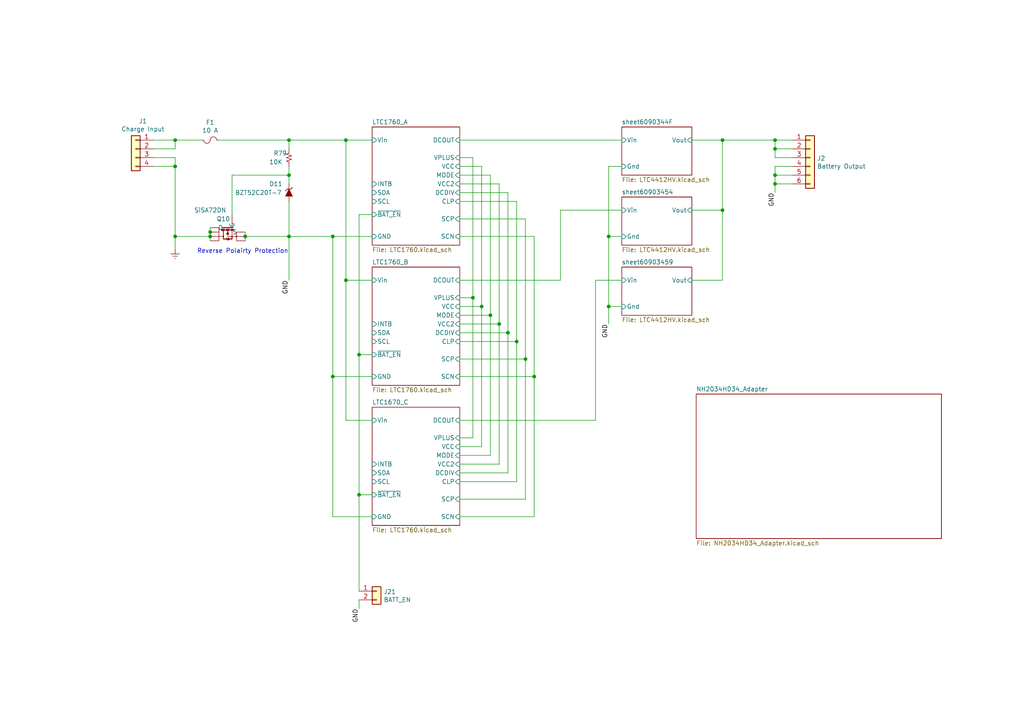
<source format=kicad_sch>
(kicad_sch (version 20211123) (generator eeschema)
  (paper "A4")
  (title_block (title "WW-Battery-Pack PCBs") (date "2020-07-27") (rev "A") (company "Guatek") (comment 1 "First version of 6-pack board stack for Inspired Energy NH2034HD34"))
  (lib_symbols
    (symbol "BUMP-Control-rescue:Resistor_small-SPC-Control-rescue-DeathStar-rescue" (pin_numbers hide) (pin_names (offset 0))
      (property "Reference" "R" (at 2.032 0 90))
      (property "Value" "BUMP-Control-rescue_Resistor_small-SPC-Control-rescue-DeathStar-rescue" (at -2.032 0.254 90))
      (symbol "Resistor_small-SPC-Control-rescue-DeathStar-rescue_0_1"
        (polyline (pts (xy 0 1.27) (xy -0.762 1.016) (xy 0.762 0.508) (xy -0.762 0) (xy 0.762 -0.508) (xy -0.762 -1.016) (xy 0 -1.27)))
      )
      (symbol "Resistor_small-SPC-Control-rescue-DeathStar-rescue_1_1"
        (pin passive line (at 0 2.54 270) (length 1.27) (name "~") (number "1"))
        (pin passive line (at 0 -2.54 90) (length 1.27) (name "~") (number "2"))
      )
    )
    (symbol "BUMP-Control-rescue:ZENERsmall-RESCUE-PowerControlBoard-SPC-Control-rescue-DeathStar-rescue" (pin_numbers hide) (pin_names (offset 1.016) hide)
      (property "Reference" "D" (at 0 2.54 0))
      (property "Value" "BUMP-Control-rescue_ZENERsmall-RESCUE-PowerControlBoard-SPC-Control-rescue-DeathStar-rescue" (at 0 -2.54 0))
      (symbol "ZENERsmall-RESCUE-PowerControlBoard-SPC-Control-rescue-DeathStar-rescue_0_1"
        (polyline (pts (xy -1.524 1.016) (xy -1.016 0.508) (xy -1.016 -0.508) (xy -0.508 -1.016)) (stroke (width 0.2032)))
        (polyline (pts (xy 1.016 1.016) (xy -1.016 0) (xy 1.016 -1.016) (xy 1.016 1.016)) (fill (type outline)))
      )
      (symbol "ZENERsmall-RESCUE-PowerControlBoard-SPC-Control-rescue-DeathStar-rescue_1_1"
        (pin passive line (at -2.54 0 0) (length 1.524) (name "K") (number "1"))
        (pin passive line (at 2.54 0 180) (length 1.524) (name "A") (number "2"))
      )
    )
    (symbol "Connector_Generic:Conn_01x02" (pin_names (offset 1.016) hide)
      (property "Reference" "J" (at 0 2.54 0))
      (property "Value" "Conn_01x02" (at 0 -5.08 0))
      (symbol "Conn_01x02_1_1"
        (rectangle (start -1.27 -2.413) (end 0 -2.667) (stroke (width 0.1524)))
        (rectangle (start -1.27 0.127) (end 0 -0.127) (stroke (width 0.1524)))
        (rectangle (start -1.27 1.27) (end 1.27 -3.81) (stroke (width 0.254)) (fill (type background)))
        (pin passive line (at -5.08 0 0) (length 3.81) (name "Pin_1") (number "1"))
        (pin passive line (at -5.08 -2.54 0) (length 3.81) (name "Pin_2") (number "2"))
      )
    )
    (symbol "Connector_Generic:Conn_01x04" (pin_names (offset 1.016) hide)
      (property "Reference" "J" (at 0 5.08 0))
      (property "Value" "Conn_01x04" (at 0 -7.62 0))
      (symbol "Conn_01x04_1_1"
        (rectangle (start -1.27 -4.953) (end 0 -5.207) (stroke (width 0.1524)))
        (rectangle (start -1.27 -2.413) (end 0 -2.667) (stroke (width 0.1524)))
        (rectangle (start -1.27 0.127) (end 0 -0.127) (stroke (width 0.1524)))
        (rectangle (start -1.27 2.667) (end 0 2.413) (stroke (width 0.1524)))
        (rectangle (start -1.27 3.81) (end 1.27 -6.35) (stroke (width 0.254)) (fill (type background)))
        (pin passive line (at -5.08 2.54 0) (length 3.81) (name "Pin_1") (number "1"))
        (pin passive line (at -5.08 0 0) (length 3.81) (name "Pin_2") (number "2"))
        (pin passive line (at -5.08 -2.54 0) (length 3.81) (name "Pin_3") (number "3"))
        (pin passive line (at -5.08 -5.08 0) (length 3.81) (name "Pin_4") (number "4"))
      )
    )
    (symbol "Connector_Generic:Conn_01x06" (pin_names (offset 1.016) hide)
      (property "Reference" "J" (at 0 7.62 0))
      (property "Value" "Conn_01x06" (at 0 -10.16 0))
      (symbol "Conn_01x06_1_1"
        (rectangle (start -1.27 -7.493) (end 0 -7.747) (stroke (width 0.1524)))
        (rectangle (start -1.27 -4.953) (end 0 -5.207) (stroke (width 0.1524)))
        (rectangle (start -1.27 -2.413) (end 0 -2.667) (stroke (width 0.1524)))
        (rectangle (start -1.27 0.127) (end 0 -0.127) (stroke (width 0.1524)))
        (rectangle (start -1.27 2.667) (end 0 2.413) (stroke (width 0.1524)))
        (rectangle (start -1.27 5.207) (end 0 4.953) (stroke (width 0.1524)))
        (rectangle (start -1.27 6.35) (end 1.27 -8.89) (stroke (width 0.254)) (fill (type background)))
        (pin passive line (at -5.08 5.08 0) (length 3.81) (name "Pin_1") (number "1"))
        (pin passive line (at -5.08 2.54 0) (length 3.81) (name "Pin_2") (number "2"))
        (pin passive line (at -5.08 0 0) (length 3.81) (name "Pin_3") (number "3"))
        (pin passive line (at -5.08 -2.54 0) (length 3.81) (name "Pin_4") (number "4"))
        (pin passive line (at -5.08 -5.08 0) (length 3.81) (name "Pin_5") (number "5"))
        (pin passive line (at -5.08 -7.62 0) (length 3.81) (name "Pin_6") (number "6"))
      )
    )
    (symbol "ProjectDevices:SiSA72DN" (pin_names (offset 1.016))
      (property "Reference" "Q" (at 3.81 1.27 0))
      (property "Value" "SiSA72DN" (at -15.24 6.35 0))
      (symbol "SiSA72DN_1_1"
        (circle (center 0 -2.54) (radius 0.127))
        (circle (center 0 -2.54) (radius 0.127))
        (circle (center 0 -2.54) (radius 0.127))
        (circle (center 0 -2.54) (radius 0.127))
        (circle (center 0 -1.27) (radius 0.127))
        (polyline (pts (xy -5.08 -1.27) (xy -3.81 -1.27)))
        (polyline (pts (xy -2.54 -1.27) (xy -3.81 -1.27)))
        (polyline (pts (xy -1.905 -1.016) (xy -1.905 -1.651)) (stroke (width 0.508)))
        (polyline (pts (xy -1.905 0.381) (xy -1.905 -0.381)) (stroke (width 0.508)))
        (polyline (pts (xy -1.905 0.381) (xy -1.905 -0.381)) (stroke (width 0.508)))
        (polyline (pts (xy -1.905 1.651) (xy -1.905 1.016)) (stroke (width 0.508)))
        (polyline (pts (xy -1.905 1.651) (xy -1.905 1.016)) (stroke (width 0.508)))
        (polyline (pts (xy -1.778 -1.27) (xy 0 -1.27)))
        (polyline (pts (xy -1.778 1.27) (xy 0 1.27)))
        (polyline (pts (xy -1.778 1.27) (xy 0 1.27)))
        (polyline (pts (xy -1.778 1.27) (xy 0 1.27)))
        (polyline (pts (xy -1.778 1.27) (xy 0 1.27)))
        (polyline (pts (xy -1.27 3.81) (xy -1.27 2.54)))
        (polyline (pts (xy 0 -2.54) (xy 0 -3.81)))
        (polyline (pts (xy 0 -1.27) (xy 0 -2.54)))
        (polyline (pts (xy 0 3.81) (xy 0 2.54)))
        (polyline (pts (xy 0.381 0.254) (xy 1.143 0.254)))
        (polyline (pts (xy -2.54 1.524) (xy -2.54 -1.524) (xy -2.54 -1.524)) (stroke (width 0.254)))
        (polyline (pts (xy -2.54 1.524) (xy -2.54 -1.524) (xy -2.54 -1.524)) (stroke (width 0.254)))
        (polyline (pts (xy -1.778 0) (xy 0 0) (xy 0 -1.27)))
        (polyline (pts (xy 0 -2.54) (xy -1.27 -2.54) (xy -1.27 -3.81)))
        (polyline (pts (xy 0 -2.54) (xy 1.27 -2.54) (xy 1.27 -3.81)))
        (polyline (pts (xy 1.27 3.81) (xy 1.27 2.54) (xy 0 2.54)))
        (polyline (pts (xy -2.54 3.81) (xy -2.54 2.54) (xy 0 2.54) (xy 0 1.27)))
        (polyline (pts (xy -1.397 0) (xy -0.635 -0.381) (xy -0.635 0.381) (xy -1.397 0)) (fill (type outline)))
        (polyline (pts (xy 0 -1.27) (xy 0.762 -1.27) (xy 0.762 1.27) (xy 0 1.27)))
        (polyline (pts (xy 0 -1.27) (xy 0.762 -1.27) (xy 0.762 1.27) (xy 0 1.27)))
        (polyline (pts (xy 0 -1.27) (xy 0.762 -1.27) (xy 0.762 1.27) (xy 0 1.27)))
        (polyline (pts (xy 0 -1.27) (xy 0.762 -1.27) (xy 0.762 1.27) (xy 0 1.27)))
        (polyline (pts (xy 0.762 0.254) (xy 1.143 -0.381) (xy 0.381 -0.381) (xy 0.762 0.254)) (fill (type outline)))
        (circle (center 0 1.27) (radius 0.127))
        (circle (center 0 1.27) (radius 0.127))
        (circle (center 0 1.27) (radius 0.127))
        (circle (center 0 1.27) (radius 0.127))
        (pin power_in line (at 1.27 -5.08 90) (length 1.27) (name "S") (number "1"))
        (pin bidirectional line (at -1.27 -5.08 90) (length 1.27) (name "S") (number "2"))
        (pin bidirectional line (at 0 -5.08 90) (length 1.27) (name "S") (number "3"))
        (pin passive line (at -6.35 -1.27 0) (length 1.27) (name "G") (number "4"))
        (pin passive line (at -2.54 5.08 270) (length 1.27) (name "D") (number "5"))
        (pin power_in line (at -1.27 5.08 270) (length 1.27) (name "D") (number "5"))
        (pin power_in line (at 0 5.08 270) (length 1.27) (name "D") (number "5"))
        (pin power_in line (at 1.27 5.08 270) (length 1.27) (name "D") (number "5"))
      )
    )
    (symbol "WW-Battery-Pack-rescue:small_fuse-ProjectDevices" (pin_names (offset 1.016))
      (property "Reference" "F" (at 0 3.81 0))
      (property "Value" "small_fuse-ProjectDevices" (at 0 -3.81 0))
      (symbol "small_fuse-ProjectDevices_0_1"
        (arc (start -1.905 0) (mid -0.9525 -0.9399) (end 0 0))
        (arc (start 1.905 0) (mid 0.9525 0.9399) (end 0 0))
      )
      (symbol "small_fuse-ProjectDevices_1_1"
        (pin passive line (at -2.54 0 0) (length 0.635) (name "1") (number "1"))
        (pin passive line (at 2.54 0 180) (length 0.635) (name "2") (number "2"))
      )
    )
    (symbol "power:GNDREF" (power) (pin_names (offset 0))
      (property "Value" "GNDREF" (at 0 -3.81 0))
      (symbol "GNDREF_0_1"
        (polyline (pts (xy -0.635 -1.905) (xy 0.635 -1.905)))
        (polyline (pts (xy -0.127 -2.54) (xy 0.127 -2.54)))
        (polyline (pts (xy 0 -1.27) (xy 0 0)))
        (polyline (pts (xy 1.27 -1.27) (xy -1.27 -1.27)))
      )
      (symbol "GNDREF_1_1"
        (pin power_in line (at 0 0 270) (length 0) hide (name "GNDREF") (number "1"))
      )
    )
  )
  (junction (at 60.96 67.31))
  (junction (at 142.24 91.44))
  (junction (at 209.55 60.96))
  (junction (at 147.32 96.52))
  (junction (at 50.8 48.26))
  (junction (at 224.79 43.18))
  (junction (at 100.33 81.28))
  (junction (at 104.14 102.87))
  (junction (at 100.33 40.64))
  (junction (at 149.86 99.06))
  (junction (at 50.8 68.58))
  (junction (at 83.82 40.64))
  (junction (at 71.12 68.58))
  (junction (at 137.16 86.36))
  (junction (at 176.53 88.9))
  (junction (at 176.53 68.58))
  (junction (at 83.82 50.8))
  (junction (at 139.7 88.9))
  (junction (at 96.52 109.22))
  (junction (at 60.96 68.58))
  (junction (at 209.55 40.64))
  (junction (at 104.14 143.51))
  (junction (at 224.79 40.64))
  (junction (at 224.79 53.34))
  (junction (at 152.4 104.14))
  (junction (at 83.82 68.58))
  (junction (at 224.79 50.8))
  (junction (at 154.94 109.22))
  (junction (at 96.52 68.58))
  (junction (at 50.8 40.64))
  (junction (at 144.78 93.98))
  (wire (pts (xy 209.55 81.28) (xy 209.55 60.96)))
  (wire (pts (xy 147.32 96.52) (xy 147.32 137.16)))
  (wire (pts (xy 200.66 81.28) (xy 209.55 81.28)))
  (wire (pts (xy 107.95 62.23) (xy 104.14 62.23)))
  (wire (pts (xy 133.35 55.88) (xy 147.32 55.88)))
  (wire (pts (xy 200.66 60.96) (xy 209.55 60.96)))
  (wire (pts (xy 154.94 68.58) (xy 154.94 109.22)))
  (wire (pts (xy 144.78 93.98) (xy 133.35 93.98)))
  (wire (pts (xy 60.96 66.04) (xy 60.96 67.31)))
  (wire (pts (xy 96.52 149.86) (xy 107.95 149.86)))
  (wire (pts (xy 71.12 68.58) (xy 83.82 68.58)))
  (wire (pts (xy 133.35 121.92) (xy 172.72 121.92)))
  (wire (pts (xy 144.78 93.98) (xy 144.78 134.62)))
  (wire (pts (xy 176.53 48.26) (xy 180.34 48.26)))
  (wire (pts (xy 50.8 48.26) (xy 44.45 48.26)))
  (wire (pts (xy 133.35 63.5) (xy 152.4 63.5)))
  (wire (pts (xy 133.35 81.28) (xy 162.56 81.28)))
  (wire (pts (xy 83.82 53.34) (xy 83.82 50.8)))
  (wire (pts (xy 224.79 45.72) (xy 224.79 43.18)))
  (wire (pts (xy 147.32 96.52) (xy 133.35 96.52)))
  (wire (pts (xy 133.35 50.8) (xy 142.24 50.8)))
  (wire (pts (xy 60.96 69.85) (xy 60.96 68.58)))
  (wire (pts (xy 142.24 91.44) (xy 133.35 91.44)))
  (wire (pts (xy 144.78 134.62) (xy 133.35 134.62)))
  (wire (pts (xy 71.12 68.58) (xy 71.12 69.85)))
  (wire (pts (xy 200.66 40.64) (xy 209.55 40.64)))
  (wire (pts (xy 224.79 53.34) (xy 224.79 55.88)))
  (wire (pts (xy 176.53 88.9) (xy 180.34 88.9)))
  (wire (pts (xy 96.52 68.58) (xy 96.52 109.22)))
  (wire (pts (xy 96.52 68.58) (xy 107.95 68.58)))
  (wire (pts (xy 100.33 81.28) (xy 107.95 81.28)))
  (wire (pts (xy 229.87 45.72) (xy 224.79 45.72)))
  (wire (pts (xy 142.24 132.08) (xy 133.35 132.08)))
  (wire (pts (xy 83.82 68.58) (xy 83.82 81.28)))
  (wire (pts (xy 83.82 50.8) (xy 83.82 48.26)))
  (wire (pts (xy 224.79 43.18) (xy 224.79 40.64)))
  (wire (pts (xy 104.14 143.51) (xy 104.14 171.45)))
  (wire (pts (xy 67.31 50.8) (xy 67.31 62.23)))
  (wire (pts (xy 152.4 144.78) (xy 133.35 144.78)))
  (wire (pts (xy 44.45 40.64) (xy 50.8 40.64)))
  (wire (pts (xy 139.7 88.9) (xy 139.7 129.54)))
  (wire (pts (xy 152.4 104.14) (xy 133.35 104.14)))
  (wire (pts (xy 147.32 137.16) (xy 133.35 137.16)))
  (wire (pts (xy 154.94 109.22) (xy 133.35 109.22)))
  (wire (pts (xy 224.79 50.8) (xy 224.79 53.34)))
  (wire (pts (xy 162.56 60.96) (xy 180.34 60.96)))
  (wire (pts (xy 172.72 121.92) (xy 172.72 81.28)))
  (wire (pts (xy 104.14 102.87) (xy 104.14 143.51)))
  (wire (pts (xy 60.96 68.58) (xy 50.8 68.58)))
  (wire (pts (xy 104.14 62.23) (xy 104.14 102.87)))
  (wire (pts (xy 229.87 48.26) (xy 224.79 48.26)))
  (wire (pts (xy 133.35 53.34) (xy 144.78 53.34)))
  (wire (pts (xy 50.8 40.64) (xy 58.42 40.64)))
  (wire (pts (xy 133.35 48.26) (xy 139.7 48.26)))
  (wire (pts (xy 137.16 45.72) (xy 137.16 86.36)))
  (wire (pts (xy 104.14 173.99) (xy 104.14 176.53)))
  (wire (pts (xy 224.79 48.26) (xy 224.79 50.8)))
  (wire (pts (xy 142.24 91.44) (xy 142.24 132.08)))
  (wire (pts (xy 172.72 81.28) (xy 180.34 81.28)))
  (wire (pts (xy 100.33 121.92) (xy 107.95 121.92)))
  (wire (pts (xy 224.79 40.64) (xy 229.87 40.64)))
  (wire (pts (xy 229.87 50.8) (xy 224.79 50.8)))
  (wire (pts (xy 44.45 43.18) (xy 50.8 43.18)))
  (wire (pts (xy 176.53 68.58) (xy 176.53 48.26)))
  (wire (pts (xy 137.16 127) (xy 133.35 127)))
  (wire (pts (xy 133.35 40.64) (xy 180.34 40.64)))
  (wire (pts (xy 209.55 40.64) (xy 224.79 40.64)))
  (wire (pts (xy 83.82 68.58) (xy 96.52 68.58)))
  (wire (pts (xy 139.7 48.26) (xy 139.7 88.9)))
  (wire (pts (xy 100.33 81.28) (xy 100.33 121.92)))
  (wire (pts (xy 149.86 99.06) (xy 133.35 99.06)))
  (wire (pts (xy 63.5 40.64) (xy 83.82 40.64)))
  (wire (pts (xy 50.8 45.72) (xy 50.8 48.26)))
  (wire (pts (xy 154.94 149.86) (xy 133.35 149.86)))
  (wire (pts (xy 96.52 109.22) (xy 107.95 109.22)))
  (wire (pts (xy 229.87 53.34) (xy 224.79 53.34)))
  (wire (pts (xy 100.33 40.64) (xy 100.33 81.28)))
  (wire (pts (xy 83.82 50.8) (xy 67.31 50.8)))
  (wire (pts (xy 154.94 109.22) (xy 154.94 149.86)))
  (wire (pts (xy 83.82 40.64) (xy 100.33 40.64)))
  (wire (pts (xy 60.96 67.31) (xy 60.96 68.58)))
  (wire (pts (xy 142.24 50.8) (xy 142.24 91.44)))
  (wire (pts (xy 149.86 99.06) (xy 149.86 139.7)))
  (wire (pts (xy 44.45 45.72) (xy 50.8 45.72)))
  (wire (pts (xy 133.35 58.42) (xy 149.86 58.42)))
  (wire (pts (xy 149.86 58.42) (xy 149.86 99.06)))
  (wire (pts (xy 50.8 68.58) (xy 50.8 72.39)))
  (wire (pts (xy 209.55 60.96) (xy 209.55 40.64)))
  (wire (pts (xy 96.52 109.22) (xy 96.52 149.86)))
  (wire (pts (xy 83.82 43.18) (xy 83.82 40.64)))
  (wire (pts (xy 50.8 43.18) (xy 50.8 40.64)))
  (wire (pts (xy 71.12 67.31) (xy 71.12 68.58)))
  (wire (pts (xy 133.35 45.72) (xy 137.16 45.72)))
  (wire (pts (xy 176.53 93.98) (xy 176.53 88.9)))
  (wire (pts (xy 139.7 129.54) (xy 133.35 129.54)))
  (wire (pts (xy 147.32 55.88) (xy 147.32 96.52)))
  (wire (pts (xy 229.87 43.18) (xy 224.79 43.18)))
  (wire (pts (xy 50.8 48.26) (xy 50.8 68.58)))
  (wire (pts (xy 176.53 88.9) (xy 176.53 68.58)))
  (wire (pts (xy 137.16 86.36) (xy 133.35 86.36)))
  (wire (pts (xy 144.78 53.34) (xy 144.78 93.98)))
  (wire (pts (xy 176.53 68.58) (xy 180.34 68.58)))
  (wire (pts (xy 152.4 104.14) (xy 152.4 144.78)))
  (wire (pts (xy 100.33 40.64) (xy 107.95 40.64)))
  (wire (pts (xy 137.16 86.36) (xy 137.16 127)))
  (wire (pts (xy 104.14 143.51) (xy 107.95 143.51)))
  (wire (pts (xy 83.82 58.42) (xy 83.82 68.58)))
  (wire (pts (xy 104.14 102.87) (xy 107.95 102.87)))
  (wire (pts (xy 133.35 68.58) (xy 154.94 68.58)))
  (wire (pts (xy 152.4 63.5) (xy 152.4 104.14)))
  (wire (pts (xy 139.7 88.9) (xy 133.35 88.9)))
  (wire (pts (xy 149.86 139.7) (xy 133.35 139.7)))
  (wire (pts (xy 162.56 81.28) (xy 162.56 60.96)))
  (text "Reverse Polairty Protection" (at 57.15 73.66 0) (effects (font (size 1.27 1.27)) (justify left bottom)))
  (label "GND" (at 104.14 176.53 270))
  (label "GND" (at 83.82 81.28 270))
  (label "GND" (at 176.53 93.98 270))
  (label "GND" (at 224.79 55.88 270))
  (symbol (lib_id "Connector_Generic:Conn_01x02") (at 109.22 171.45 0) (unit 1)
    (property "Reference" "J21" (at 111.252 171.6532 0) (effects (justify left)))
    (property "Value" "BATT_EN" (at 111.252 173.9646 0) (effects (justify left)))
    (property "Footprint" "Connector_PinHeader_2.54mm:PinHeader_1x02_P2.54mm_Vertical" (effects hide))
  )
  (symbol (lib_id "WW-Battery-Pack-rescue:small_fuse-ProjectDevices") (at 60.96 40.64 0) (unit 1)
    (property "Reference" "F1" (at 60.96 35.5092 0))
    (property "Value" "10 A" (at 60.96 37.8206 0))
    (property "Footprint" "ProjectFootprints:01550900M" (effects hide))
    (property "Datasheet" "https://www.littelfuse.com/~/media/electronics/datasheets/fuses/littelfuse_fuse_154_154t_154l_154tl_datasheet.pdf.pdf" (effects hide))
    (property "Part Number" "F1889-ND" (effects hide))
    (property "Supplier" "Digikey" (effects hide))
    (property "Link" "https://www.digikey.com/products/en?keywords=01550900M" (effects hide))
  )
  (symbol (lib_id "ProjectDevices:SiSA72DN") (at 66.04 68.58 90) (mirror x) (unit 1)
    (property "Reference" "Q10" (at 64.77 63.5 90))
    (property "Value" "SiSA72DN" (at 60.96 60.96 90))
    (property "Footprint" "ProjectFootprints:PowerPAK 1212" (effects hide))
    (property "Datasheet" "http://www.vishay.com/docs/75680/sisa72dn.pdf" (effects hide))
    (property "Part Number" "SISA72DN-T1-GE3CT-ND" (effects hide))
    (property "Supplier" "Digikey" (effects hide))
    (property "Link" "https://www.digikey.com/product-detail/en/vishay-siliconix/SISA72DN-T1-GE3/SISA72DN-T1-GE3CT-ND/6707802" (effects hide))
  )
  (symbol (lib_id "BUMP-Control-rescue:ZENERsmall-RESCUE-PowerControlBoard-SPC-Control-rescue-DeathStar-rescue") (at 83.82 55.88 270) (unit 1)
    (property "Reference" "D11" (at 80.01 53.34 90))
    (property "Value" "BZT52C20T-7" (at 74.93 55.88 90))
    (property "Footprint" "Diode_SMD:D_SOD-523" (effects hide))
    (property "Datasheet" "https://www.diodes.com/assets/Datasheets/ds30502.pdf" (effects hide))
    (property "Part Number" "BZT52C20T-7" (effects hide))
    (property "Supplier" "Digikey" (effects hide))
    (property "Link" "https://www.digikey.com/product-detail/en/diodes-incorporated/BZT52C20T-7/BZT52C20T-7DICT-ND/2181077" (effects hide))
  )
  (symbol (lib_id "BUMP-Control-rescue:Resistor_small-SPC-Control-rescue-DeathStar-rescue") (at 83.82 45.72 0) (unit 1)
    (property "Reference" "R79" (at 81.28 44.45 0))
    (property "Value" "10K" (at 80.01 46.99 0))
    (property "Footprint" "Resistor_SMD:R_0603_1608Metric_Pad1.05x0.95mm_HandSolder" (effects hide))
    (property "Datasheet" "http://www.vishay.com/docs/28705/mcx0x0xpro.pdf" (effects hide))
    (property "Part Number" "MCT0603-10.0K-CFCT-ND" (effects hide))
    (property "Supplier" "Digikey" (effects hide))
    (property "Link" "https://www.digikey.com/product-detail/en/vishay-beyschlag/MCT06030C1002FP500/MCT0603-10.0K-CFCT-ND/2607933" (effects hide))
  )
  (symbol (lib_id "Connector_Generic:Conn_01x04") (at 39.37 43.18 0) (mirror y) (unit 1)
    (property "Reference" "J1" (at 41.4528 35.1282 0))
    (property "Value" "Charge Input" (at 41.4528 37.4396 0))
    (property "Footprint" "Connector_Molex:Molex_Mini-Fit_Jr_5566-04A_2x02_P4.20mm_Vertical" (effects hide))
    (property "Datasheet" "https://www.molex.com/pdm_docs/sd/039288040_sd.pdf" (effects hide))
    (property "Part Number" "WM23801-ND" (effects hide))
    (property "Supplier" "Digikey" (effects hide))
    (property "Link" "https://www.digikey.com/product-detail/en/molex/0039288040/WM23801-ND/930297" (effects hide))
  )
  (symbol (lib_id "power:GNDREF") (at 50.8 72.39 0) (unit 1)
    (property "Reference" "#PWR01" (effects hide))
    (property "Value" "GNDREF" (effects hide))
  )
  (symbol (lib_id "Connector_Generic:Conn_01x06") (at 234.95 45.72 0) (unit 1)
    (property "Reference" "J2" (at 236.982 45.9232 0) (effects (justify left)))
    (property "Value" "Battery Output" (at 236.982 48.2346 0) (effects (justify left)))
    (property "Footprint" "Connector_Molex:Molex_Mini-Fit_Jr_5566-06A_2x03_P4.20mm_Vertical" (effects hide))
    (property "Datasheet" "https://www.molex.com/pdm_docs/sd/039281063_sd.pdf" (effects hide))
    (property "Part Number" "WM3802-ND" (effects hide))
    (property "Supplier" "Digikey" (effects hide))
    (property "Link" "https://www.digikey.com/product-detail/en/molex/0039281063/WM3802-ND/61404" (effects hide))
  )
  (sheet (at 201.93 114.3) (size 71.12 41.91)
    (property "Sheet name" "NH2034HD34_Adapter" (at 201.93 113.5884 0) (effects (justify left bottom)))
    (property "Sheet file" "NH2034HD34_Adapter.kicad_sch" (at 201.93 156.7946 0) (effects (justify left top)))
  )
  (sheet (at 107.95 36.83) (size 25.4 34.29)
    (property "Sheet name" "LTC1760_A" (at 107.95 36.1184 0) (effects (justify left bottom)))
    (property "Sheet file" "LTC1760.kicad_sch" (at 107.95 71.7046 0) (effects (justify left top)))
    (pin "~{BAT_EN}" input (at 107.95 62.23 180))
    (pin "Vin" input (at 107.95 40.64 180))
    (pin "GND" input (at 107.95 68.58 180))
    (pin "SCP" input (at 133.35 63.5 0))
    (pin "SCN" input (at 133.35 68.58 0))
    (pin "DCOUT" input (at 133.35 40.64 0))
    (pin "SCL" input (at 107.95 58.42 180))
    (pin "SDA" input (at 107.95 55.88 180))
    (pin "INTB" input (at 107.95 53.34 180))
    (pin "VPLUS" input (at 133.35 45.72 0))
    (pin "VCC" input (at 133.35 48.26 0))
    (pin "MODE" input (at 133.35 50.8 0))
    (pin "VCC2" input (at 133.35 53.34 0))
    (pin "DCDIV" input (at 133.35 55.88 0))
    (pin "CLP" input (at 133.35 58.42 0))
  )
  (sheet (at 107.95 77.47) (size 25.4 34.29)
    (property "Sheet name" "LTC1760_B" (at 107.95 76.7584 0) (effects (justify left bottom)))
    (property "Sheet file" "LTC1760.kicad_sch" (at 107.95 112.3446 0) (effects (justify left top)))
    (pin "~{BAT_EN}" input (at 107.95 102.87 180))
    (pin "Vin" input (at 107.95 81.28 180))
    (pin "GND" input (at 107.95 109.22 180))
    (pin "SCP" input (at 133.35 104.14 0))
    (pin "SCN" input (at 133.35 109.22 0))
    (pin "DCOUT" input (at 133.35 81.28 0))
    (pin "SCL" input (at 107.95 99.06 180))
    (pin "SDA" input (at 107.95 96.52 180))
    (pin "INTB" input (at 107.95 93.98 180))
    (pin "VPLUS" input (at 133.35 86.36 0))
    (pin "VCC" input (at 133.35 88.9 0))
    (pin "MODE" input (at 133.35 91.44 0))
    (pin "VCC2" input (at 133.35 93.98 0))
    (pin "DCDIV" input (at 133.35 96.52 0))
    (pin "CLP" input (at 133.35 99.06 0))
  )
  (sheet (at 107.95 118.11) (size 25.4 34.29)
    (property "Sheet name" "LTC1670_C" (at 107.95 117.3984 0) (effects (justify left bottom)))
    (property "Sheet file" "LTC1760.kicad_sch" (at 107.95 152.9846 0) (effects (justify left top)))
    (pin "~{BAT_EN}" input (at 107.95 143.51 180))
    (pin "Vin" input (at 107.95 121.92 180))
    (pin "GND" input (at 107.95 149.86 180))
    (pin "SCP" input (at 133.35 144.78 0))
    (pin "SCN" input (at 133.35 149.86 0))
    (pin "DCOUT" input (at 133.35 121.92 0))
    (pin "SCL" input (at 107.95 139.7 180))
    (pin "SDA" input (at 107.95 137.16 180))
    (pin "INTB" input (at 107.95 134.62 180))
    (pin "VPLUS" input (at 133.35 127 0))
    (pin "VCC" input (at 133.35 129.54 0))
    (pin "MODE" input (at 133.35 132.08 0))
    (pin "VCC2" input (at 133.35 134.62 0))
    (pin "DCDIV" input (at 133.35 137.16 0))
    (pin "CLP" input (at 133.35 139.7 0))
  )
  (sheet (at 180.34 36.83) (size 20.32 13.97)
    (property "Sheet name" "sheet6090344F" (at 180.34 36.1184 0) (effects (justify left bottom)))
    (property "Sheet file" "LTC4412HV.kicad_sch" (at 180.34 51.3846 0) (effects (justify left top)))
    (pin "Vin" input (at 180.34 40.64 180))
    (pin "Vout" input (at 200.66 40.64 0))
    (pin "Gnd" input (at 180.34 48.26 180))
  )
  (sheet (at 180.34 57.15) (size 20.32 13.97)
    (property "Sheet name" "sheet60903454" (at 180.34 56.4384 0) (effects (justify left bottom)))
    (property "Sheet file" "LTC4412HV.kicad_sch" (at 180.34 71.7046 0) (effects (justify left top)))
    (pin "Vin" input (at 180.34 60.96 180))
    (pin "Vout" input (at 200.66 60.96 0))
    (pin "Gnd" input (at 180.34 68.58 180))
  )
  (sheet (at 180.34 77.47) (size 20.32 13.97)
    (property "Sheet name" "sheet60903459" (at 180.34 76.7584 0) (effects (justify left bottom)))
    (property "Sheet file" "LTC4412HV.kicad_sch" (at 180.34 92.0246 0) (effects (justify left top)))
    (pin "Vin" input (at 180.34 81.28 180))
    (pin "Vout" input (at 200.66 81.28 0))
    (pin "Gnd" input (at 180.34 88.9 180))
  )
)
</source>
